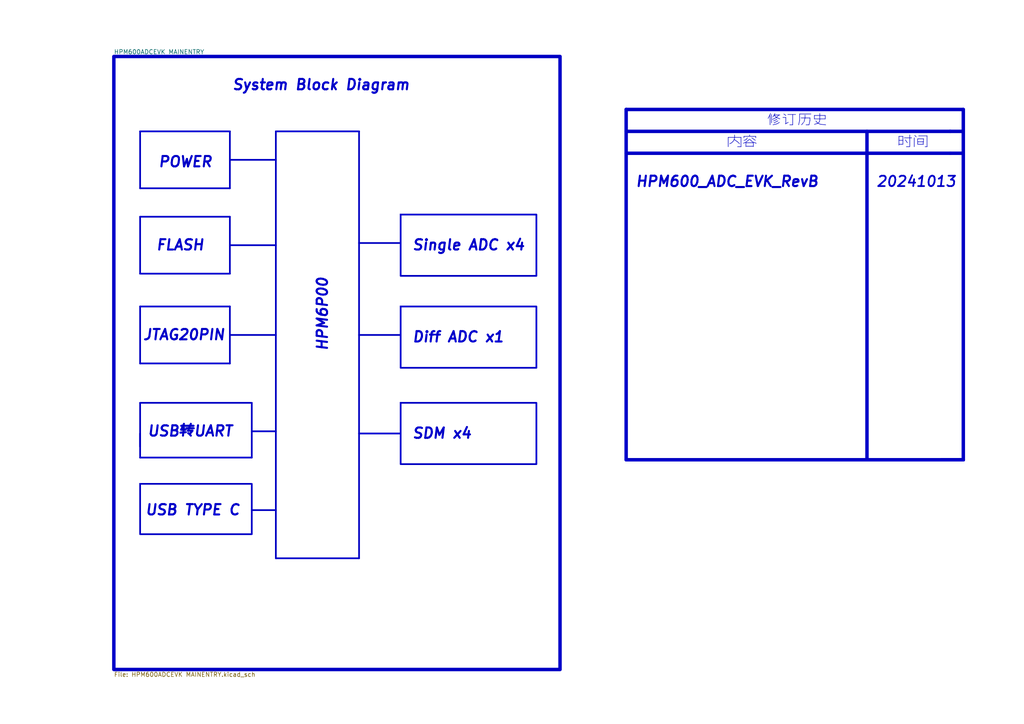
<source format=kicad_sch>
(kicad_sch (version 20230121) (generator eeschema)
  (paper "A4")
  (title_block (title "HPM6P00EVKRevB") (date "2024-10-13") (rev "RevB") (comment 1 "System Block Diagram"))
  (lib_symbols)
  (polyline (pts (xy 73.025 147.955) (xy 80.01 147.955)) (stroke (width 0.5)))
  (polyline (pts (xy 40.64 62.865) (xy 66.675 62.865)) (stroke (width 0.5) (type solid)))
  (polyline (pts (xy 279.4 31.75) (xy 279.4 133.35)) (stroke (width 1) (type solid)))
  (polyline (pts (xy 181.61 44.45) (xy 275.59 44.45)) (stroke (width 1) (type solid)))
  (polyline (pts (xy 66.675 71.12) (xy 80.01 71.12)) (stroke (width 0.5) (type solid)))
  (polyline (pts (xy 104.14 97.155) (xy 116.205 97.155)) (stroke (width 0.5)))
  (polyline (pts (xy 104.14 38.1) (xy 104.14 161.925)) (stroke (width 0.5) (type solid)))
  (polyline (pts (xy 104.14 125.73) (xy 116.205 125.73)) (stroke (width 0.5)))
  (polyline (pts (xy 40.64 116.84) (xy 40.64 132.715)) (stroke (width 0.5) (type solid)))
  (polyline (pts (xy 73.025 125.095) (xy 80.01 125.095)) (stroke (width 0.5)))
  (polyline (pts (xy 40.64 62.865) (xy 40.64 79.375)) (stroke (width 0.5) (type solid)))
  (polyline (pts (xy 251.46 38.1) (xy 251.46 133.35)) (stroke (width 1) (type solid)))
  (polyline (pts (xy 40.64 38.1) (xy 40.64 54.61)) (stroke (width 0.5) (type solid)))
  (polyline (pts (xy 40.64 38.1) (xy 66.675 38.1)) (stroke (width 0.5) (type solid)))
  (polyline (pts (xy 66.675 105.41) (xy 40.64 105.41)) (stroke (width 0.5) (type solid)))
  (polyline (pts (xy 80.01 38.1) (xy 80.01 161.925)) (stroke (width 0.5) (type solid)))
  (polyline (pts (xy 104.14 70.485) (xy 116.205 70.485)) (stroke (width 0.5)))
  (polyline (pts (xy 66.675 38.1) (xy 66.675 54.61)) (stroke (width 0.5) (type solid)))
  (polyline (pts (xy 66.675 97.155) (xy 80.01 97.155)) (stroke (width 0.5)))
  (polyline (pts (xy 279.4 133.35) (xy 181.61 133.35)) (stroke (width 1) (type solid)))
  (polyline (pts (xy 274.32 133.35) (xy 279.4 133.35)) (stroke (width 1)))
  (polyline (pts (xy 40.64 88.9) (xy 40.64 105.41)) (stroke (width 0.5) (type solid)))
  (polyline (pts (xy 181.61 38.1) (xy 275.59 38.1)) (stroke (width 1) (type solid)))
  (polyline (pts (xy 66.675 79.375) (xy 40.64 79.375)) (stroke (width 0.5) (type solid)))
  (polyline (pts (xy 73.025 132.715) (xy 40.64 132.715)) (stroke (width 0.5) (type solid)))
  (polyline (pts (xy 181.61 31.75) (xy 181.61 133.35)) (stroke (width 1) (type solid)))
  (polyline (pts (xy 104.14 161.925) (xy 80.01 161.925)) (stroke (width 0.5) (type solid)))
  (polyline (pts (xy 40.64 129.54) (xy 40.64 125.73)) (stroke (width 0.5)))
  (polyline (pts (xy 73.025 116.84) (xy 73.025 132.715)) (stroke (width 0.5) (type solid)))
  (polyline (pts (xy 181.61 31.75) (xy 279.4 31.75)) (stroke (width 1) (type solid)))
  (polyline (pts (xy 66.675 54.61) (xy 40.64 54.61)) (stroke (width 0.5) (type solid)))
  (polyline (pts (xy 66.675 46.355) (xy 80.01 46.355)) (stroke (width 0.5)))
  (polyline (pts (xy 275.59 38.1) (xy 279.4 38.1)) (stroke (width 1) (type solid)))
  (polyline (pts (xy 80.01 38.1) (xy 104.14 38.1)) (stroke (width 0.5) (type solid)))
  (polyline (pts (xy 66.675 62.865) (xy 66.675 79.375)) (stroke (width 0.5) (type solid)))
  (polyline (pts (xy 275.59 44.45) (xy 279.4 44.45)) (stroke (width 1) (type solid)))
  (polyline (pts (xy 273.05 133.35) (xy 279.4 133.35)) (stroke (width 1)))
  (polyline (pts (xy 66.675 88.9) (xy 66.675 105.41)) (stroke (width 0.5) (type solid)))
  (polyline (pts (xy 40.64 88.9) (xy 66.675 88.9)) (stroke (width 0.5) (type solid)))
  (polyline (pts (xy 40.64 116.84) (xy 73.025 116.84)) (stroke (width 0.5) (type solid)))
  (rectangle (start 116.205 62.23) (end 155.575 80.01) (stroke (width 0.5)))
  (rectangle (start 116.205 116.84) (end 155.575 134.62) (stroke (width 0.5)))
  (rectangle (start 33.02 16.383) (end 162.433 194.183) (stroke (width 1)))
  (rectangle (start 116.205 88.9) (end 155.575 106.68) (stroke (width 0.5)))
  (rectangle (start 40.64 140.335) (end 73.025 154.94) (stroke (width 0.5)))
  (text "HPM600_ADC_EVK_RevB" (at 184.15 54.61 0) (effects (font (size 3 3) (thickness 0.6) bold italic) (justify left bottom)))
  (text "Single ADC x4" (at 119.38 73.025 0) (effects (font (size 3 3) (thickness 0.6) bold italic) (justify left bottom)))
  (text "USB TYPE C\n" (at 41.91 149.86 0) (effects (font (size 3 3) (thickness 0.6) bold italic) (justify left bottom)))
  (text "时间" (at 260.35 43.18 0) (effects (font (size 3 3)) (justify left bottom)))
  (text "USB转UART" (at 42.545 127 0) (effects (font (size 3 3) (thickness 0.6) bold italic) (justify left bottom)))
  (text "Diff ADC x1" (at 119.38 99.695 0) (effects (font (size 3 3) (thickness 0.6) bold italic) (justify left bottom)))
  (text "内容" (at 210.82 43.18 0) (effects (font (size 3 3)) (justify left bottom)))
  (text "SDM x4" (at 119.38 127.635 0) (effects (font (size 3 3) (thickness 0.6) bold italic) (justify left bottom)))
  (text "POWER" (at 45.72 48.895 0) (effects (font (size 3 3) (thickness 0.6) bold italic) (justify left bottom)))
  (text "System Block Diagram" (at 67.183 26.543 0) (effects (font (size 3 3) (thickness 0.6) bold italic) (justify left bottom)))
  (text "JTAG20PIN\n" (at 41.275 99.06 0) (effects (font (size 3 3) (thickness 0.6) bold italic) (justify left bottom)))
  (text "20241013" (at 254 54.61 0) (effects (font (size 3 3) (thickness 0.5) bold italic) (justify left bottom)))
  (text "HPM6P00" (at 95.25 102.235 90) (effects (font (size 3 3) (thickness 0.6) bold italic) (justify left bottom)))
  (text "FLASH\n" (at 45.085 73.025 0) (effects (font (size 3 3) (thickness 0.6) bold italic) (justify left bottom)))
  (text "修订历史\n" (at 222.25 36.83 0) (effects (font (size 3 3)) (justify left bottom)))
  (sheet (at 33.02 16.51) (size 129.54 177.8) (stroke (width 0.1524))
    (property "Sheetname" "HPM600ADCEVK MAINENTRY" (at 33.02 15.7984 0) (effects (justify left bottom)))
    (property "Sheetfile" "HPM600ADCEVK MAINENTRY.kicad_sch" (at 33.02 194.8946 0) (effects (justify left top)))
  )
)
</source>
